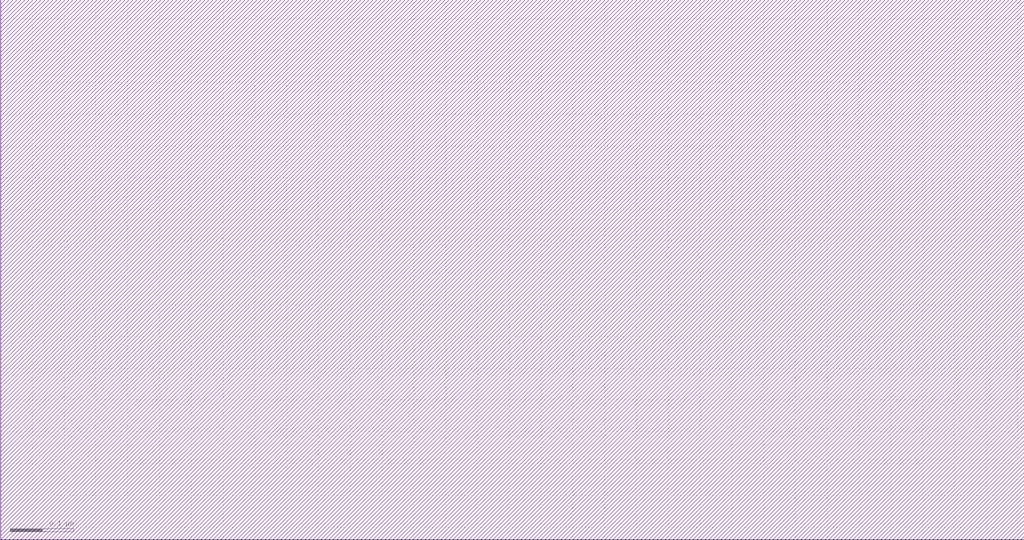
<source format=lef>
VERSION 5.7 ;
  NOWIREEXTENSIONATPIN ON ;
  DIVIDERCHAR "/" ;
  BUSBITCHARS "[]" ;
UNITS
  DATABASE MICRONS 200 ;
END UNITS

LAYER via2
  TYPE CUT ;
END via2

LAYER via
  TYPE CUT ;
END via

LAYER nwell
  TYPE MASTERSLICE ;
END nwell

LAYER via3
  TYPE CUT ;
END via3

LAYER pwell
  TYPE MASTERSLICE ;
END pwell

LAYER via4
  TYPE CUT ;
END via4

LAYER mcon
  TYPE CUT ;
END mcon

LAYER met6
  TYPE ROUTING ;
  WIDTH 0.030000 ;
  SPACING 0.040000 ;
  DIRECTION HORIZONTAL ;
END met6

LAYER met1
  TYPE ROUTING ;
  WIDTH 0.140000 ;
  SPACING 0.140000 ;
  DIRECTION HORIZONTAL ;
END met1

LAYER met3
  TYPE ROUTING ;
  WIDTH 0.300000 ;
  SPACING 0.300000 ;
  DIRECTION HORIZONTAL ;
END met3

LAYER met2
  TYPE ROUTING ;
  WIDTH 0.140000 ;
  SPACING 0.140000 ;
  DIRECTION HORIZONTAL ;
END met2

LAYER met4
  TYPE ROUTING ;
  WIDTH 0.300000 ;
  SPACING 0.300000 ;
  DIRECTION HORIZONTAL ;
END met4

LAYER met5
  TYPE ROUTING ;
  WIDTH 1.600000 ;
  SPACING 1.600000 ;
  DIRECTION HORIZONTAL ;
END met5

LAYER li1
  TYPE ROUTING ;
  WIDTH 0.170000 ;
  SPACING 0.170000 ;
  DIRECTION HORIZONTAL ;
END li1

MACRO sky130_hilas_pFETdevice01a
  CLASS BLOCK ;
  FOREIGN sky130_hilas_pFETdevice01a ;
  ORIGIN 0.800 0.420 ;
  SIZE 1.610 BY 0.850 ;
END sky130_hilas_pFETdevice01a
END LIBRARY


</source>
